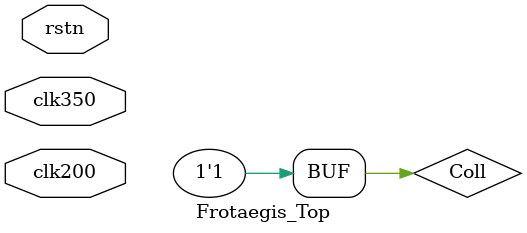
<source format=v>
`timescale 1ns / 1ps


module Frotaegis_Top
#(
parameter DATA_SIZE   =  4,
parameter DATA_NUM    = 16,
parameter LENGTH      = 64,
parameter LENGTH_SIZE =  6
)
(
    input clk200,
    input clk350,
    input rstn
    );

wire [DATA_SIZE-1:0] Data;
wire Valid;
wire Stop4calc;
Data_Gen
#(
.DATA_SIZE(DATA_SIZE)
)
Data_Gen_inst
(
    .clk(clk200),
    .rstn(rstn),
    
    .Valid(Valid),
    .Data (Data )
    );

wire Coll = 1'b1;
Frotaegis_Design
#(
.DATA_SIZE  (DATA_SIZE  ),
.DATA_NUM   (DATA_NUM   ),
.LENGTH     (LENGTH     ),
.LENGTH_SIZE(LENGTH_SIZE)

)
Frotaegis_Design_inst
(
    .clk200(clk200),
    .clk   (clk350),
    .rstn  (rstn),

    .Valid (Valid && Coll),
    .Data  (Data),
    
	.Stop4calc(Stop4calc)

    );
    
endmodule

</source>
